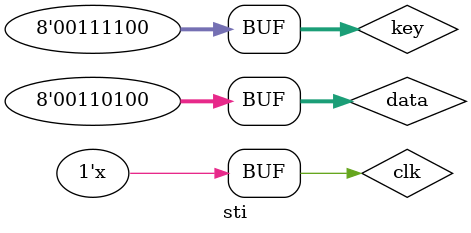
<source format=v>
`timescale 1ns / 1ps


module sti;

	// Inputs
	reg clk;
	reg [7:0] data;
	reg [7:0] key;

	// Outputs
	wire [7:0] chiper;

	// Instantiate the Unit Under Test (UUT)
	AES_encrypty uut (
		.clk(clk), 
		.data(data), 
		.key(key), 
		.chiper(chiper)
	);
always #5 clk=~clk;
	initial begin
	clk = 0;
	#0 data = 8'h32; key = 8'h2b;
	#10 data = 8'h88; key = 8'h28;
	#10 data = 8'h31; key = 8'hAB;
	#10 data = 8'hE0; key = 8'h09;	

	#10 data = 8'h43; key = 8'h7E;
	#10 data = 8'h5A; key = 8'hAE;
	#10 data = 8'h31; key = 8'hF7;
	#10 data = 8'h37; key = 8'hCF;

	#10 data = 8'hF6; key = 8'h15;
	#10 data = 8'h30; key = 8'hD2;
	#10 data = 8'h98; key = 8'h15;
	#10 data = 8'h07; key = 8'h4F;	

	#10 data = 8'hA8; key = 8'h16;
	#10 data = 8'h8D; key = 8'hA6;
	#10 data = 8'hA2; key = 8'h88;
	#10 data = 8'h34; key = 8'h3C;	
		// Initialize Inputs
		

		// Wait 100 ns for global reset to finish
		#100;
        
		// Add stimulus here

	end
      
endmodule


</source>
